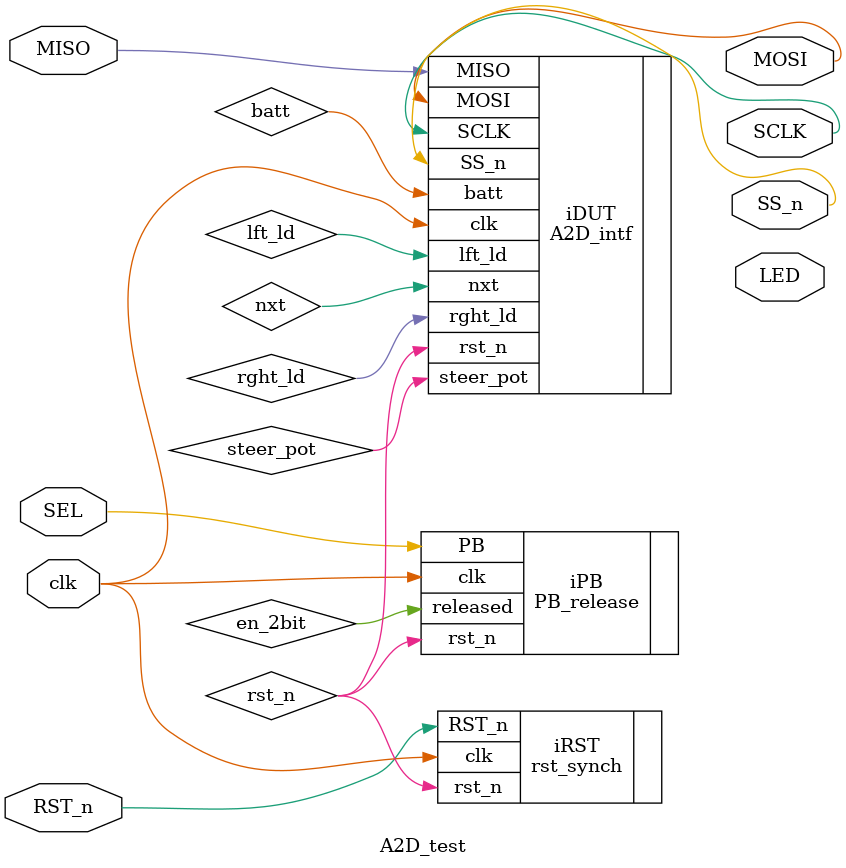
<source format=sv>
module A2D_test(clk,RST_n,SEL,LED,SCLK,SS_n,MOSI,MISO);

  input clk,RST_n;		// clk and unsynched reset from PB
  input SEL;			// from 2nd PB, cycle through outputs
  input MISO;			// from A2D
  
  output [7:0] LED;
  output SS_n;			// active low slave select to A2D
  output SCLK;			// SCLK to A2D SPI
  output MOSI;
  
  ////////////////////////////////////////////////////////////
  // Declare any needed internal registers (like counters) //
  //////////////////////////////////////////////////////////

  
  ///////////////////////////////////////////////////////
  // Declare any needed internal signals as type wire //
  /////////////////////////////////////////////////////


  //////////////////////////////////////////////////
  // Infer 19-bit counter to set conversion rate //
  ////////////////////////////////////////////////

  
  ////////////////////////////////////////////////////////////////
  // Infer 2-bit counter to select which output to map to LEDs //
  //////////////////////////////////////////////////////////////

	  
  //////////////////////////////////////////////////////
  // Infer Mux to select which output to map to LEDs //
  //////////////////////////////////////////////////// 

	
  //////////////////////
  // Instantiate DUT //
  ////////////////////  
  A2D_intf iDUT(.clk(clk),.rst_n(rst_n),.nxt(nxt),.lft_ld(lft_ld),
                .rght_ld(rght_ld),.steer_pot(steer_pot),.batt(batt),
				.SS_n(SS_n),.SCLK(SCLK),.MOSI(MOSI),.MISO(MISO));
			   
  ///////////////////////////////////////////////
  // Instantiate Push Button release detector //
  /////////////////////////////////////////////
  PB_release iPB(.clk(clk),.rst_n(rst_n),.PB(SEL),.released(en_2bit));
  
  /////////////////////////////////////
  // Instantiate reset synchronizer //
  ///////////////////////////////////
  rst_synch iRST(.clk(clk),.RST_n(RST_n),.rst_n(rst_n));   
	  
endmodule
  
</source>
